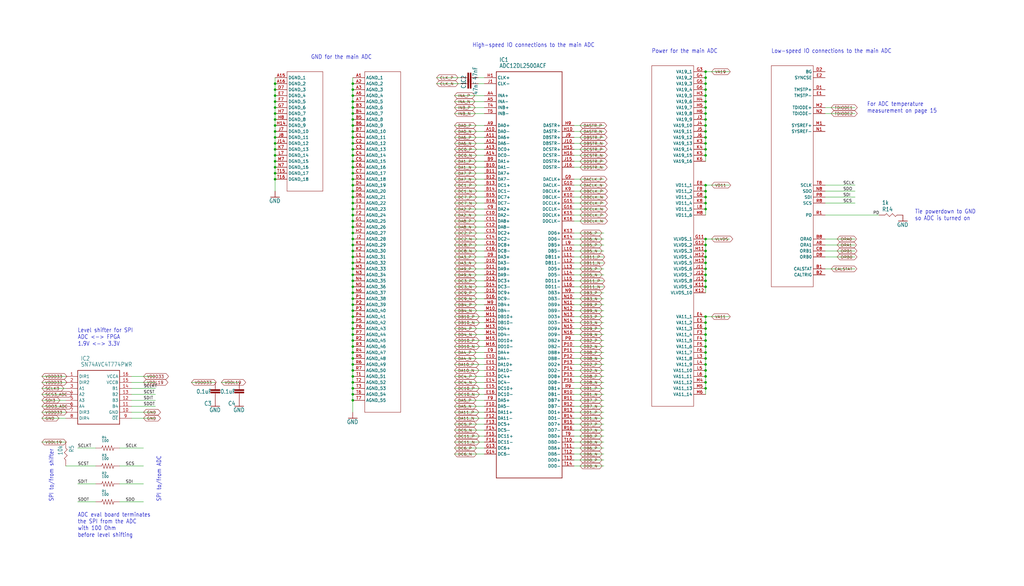
<source format=kicad_sch>
(kicad_sch (version 20250114) (generator "eeschema") (generator_version "9.0")
  (paper "User" 434.975 249.123)
  (text "Tie powerdown to GND\nso ADC is turned on" (at 388.62 93.98 0) (effects (font (size 1.778 1.5113)) (justify left bottom)))
  (text "ADC eval board terminates\nthe SPI from the ADC\nwith 100 Ohm\nbefore level shifting" (at 33.02 228.6 0) (effects (font (size 1.778 1.5113)) (justify left bottom)))
  (text "High-speed IO connections to the main ADC" (at 200.66 20.32 0) (effects (font (size 1.778 1.5113)) (justify left bottom)))
  (text "For ADC temperature\nmeasurement on page 15" (at 368.3 48.26 0) (effects (font (size 1.778 1.5113)) (justify left bottom)))
  (text "SPI to/from shifter" (at 22.86 213.36 90) (effects (font (size 1.778 1.5113)) (justify left bottom)))
  (text "Level shifter for SPI\nADC <-> FPGA\n1.9V <-> 3.3V" (at 33.02 147.32 0) (effects (font (size 1.778 1.5113)) (justify left bottom)))
  (text "GND for the main ADC" (at 132.08 25.4 0) (effects (font (size 1.778 1.5113)) (justify left bottom)))
  (text "SPI to/from ADC" (at 68.58 213.36 90) (effects (font (size 1.778 1.5113)) (justify left bottom)))
  (text "Power for the main ADC" (at 276.86 22.86 0) (effects (font (size 1.778 1.5113)) (justify left bottom)))
  (text "Low-speed IO connections to the main ADC" (at 327.66 22.86 0) (effects (font (size 1.778 1.5113)) (justify left bottom)))
  (junction (at 149.86 91.44))
  (junction (at 299.72 83.82))
  (junction (at 149.86 53.34))
  (junction (at 116.84 63.5))
  (junction (at 299.72 160.02))
  (junction (at 116.84 48.26))
  (junction (at 149.86 129.54))
  (junction (at 299.72 63.5))
  (junction (at 149.86 165.1))
  (junction (at 149.86 99.06))
  (junction (at 299.72 165.1))
  (junction (at 299.72 38.1))
  (junction (at 299.72 35.56))
  (junction (at 149.86 45.72))
  (junction (at 149.86 60.96))
  (junction (at 299.72 48.26))
  (junction (at 149.86 137.16))
  (junction (at 149.86 114.3))
  (junction (at 149.86 170.18))
  (junction (at 299.72 134.62))
  (junction (at 299.72 101.6))
  (junction (at 149.86 162.56))
  (junction (at 149.86 81.28))
  (junction (at 149.86 154.94))
  (junction (at 116.84 68.58))
  (junction (at 299.72 111.76))
  (junction (at 149.86 35.56))
  (junction (at 299.72 78.74))
  (junction (at 149.86 86.36))
  (junction (at 149.86 149.86))
  (junction (at 299.72 104.14))
  (junction (at 149.86 119.38))
  (junction (at 116.84 71.12))
  (junction (at 149.86 71.12))
  (junction (at 299.72 40.64))
  (junction (at 116.84 53.34))
  (junction (at 149.86 104.14))
  (junction (at 299.72 50.8))
  (junction (at 149.86 121.92))
  (junction (at 299.72 58.42))
  (junction (at 299.72 121.92))
  (junction (at 116.84 38.1))
  (junction (at 149.86 48.26))
  (junction (at 116.84 40.64))
  (junction (at 299.72 139.7))
  (junction (at 299.72 149.86))
  (junction (at 149.86 96.52))
  (junction (at 149.86 106.68))
  (junction (at 149.86 76.2))
  (junction (at 116.84 66.04))
  (junction (at 116.84 35.56))
  (junction (at 149.86 167.64))
  (junction (at 149.86 93.98))
  (junction (at 299.72 152.4))
  (junction (at 299.72 109.22))
  (junction (at 149.86 127))
  (junction (at 116.84 58.42))
  (junction (at 149.86 160.02))
  (junction (at 149.86 50.8))
  (junction (at 299.72 154.94))
  (junction (at 299.72 60.96))
  (junction (at 299.72 106.68))
  (junction (at 149.86 66.04))
  (junction (at 116.84 50.8))
  (junction (at 299.72 144.78))
  (junction (at 149.86 83.82))
  (junction (at 149.86 40.64))
  (junction (at 299.72 88.9))
  (junction (at 299.72 162.56))
  (junction (at 299.72 43.18))
  (junction (at 299.72 157.48))
  (junction (at 299.72 86.36))
  (junction (at 149.86 78.74))
  (junction (at 149.86 55.88))
  (junction (at 299.72 114.3))
  (junction (at 299.72 33.02))
  (junction (at 299.72 66.04))
  (junction (at 149.86 147.32))
  (junction (at 149.86 43.18))
  (junction (at 299.72 81.28))
  (junction (at 149.86 132.08))
  (junction (at 149.86 139.7))
  (junction (at 299.72 53.34))
  (junction (at 116.84 45.72))
  (junction (at 149.86 88.9))
  (junction (at 149.86 68.58))
  (junction (at 116.84 43.18))
  (junction (at 149.86 111.76))
  (junction (at 299.72 142.24))
  (junction (at 299.72 147.32))
  (junction (at 149.86 109.22))
  (junction (at 299.72 119.38))
  (junction (at 116.84 76.2))
  (junction (at 116.84 60.96))
  (junction (at 149.86 38.1))
  (junction (at 299.72 30.48))
  (junction (at 149.86 134.62))
  (junction (at 149.86 58.42))
  (junction (at 299.72 137.16))
  (junction (at 149.86 63.5))
  (junction (at 149.86 101.6))
  (junction (at 299.72 55.88))
  (junction (at 299.72 116.84))
  (junction (at 299.72 45.72))
  (junction (at 149.86 157.48))
  (junction (at 149.86 152.4))
  (junction (at 149.86 116.84))
  (junction (at 149.86 124.46))
  (junction (at 116.84 55.88))
  (junction (at 149.86 73.66))
  (junction (at 149.86 142.24))
  (junction (at 116.84 73.66))
  (junction (at 149.86 144.78))
  (wire (pts (xy 149.86 58.42) (xy 149.86 55.88)) (stroke (width 0.1524)))
  (wire (pts (xy 27.94 165.1) (xy 17.78 165.1)) (stroke (width 0.1524)))
  (wire (pts (xy 243.84 86.36) (xy 256.54 86.36)) (stroke (width 0.1524)))
  (wire (pts (xy 243.84 55.88) (xy 256.54 55.88)) (stroke (width 0.1524)))
  (wire (pts (xy 256.54 193.04) (xy 243.84 193.04)) (stroke (width 0.1524)))
  (wire (pts (xy 205.74 86.36) (xy 193.04 86.36)) (stroke (width 0.1524)))
  (wire (pts (xy 205.74 172.72) (xy 193.04 172.72)) (stroke (width 0.1524)))
  (wire (pts (xy 55.88 160.02) (xy 66.04 160.02)) (stroke (width 0.1524)))
  (wire (pts (xy 205.74 33.02) (xy 203.2 33.02)) (stroke (width 0.1524)))
  (wire (pts (xy 256.54 170.18) (xy 243.84 170.18)) (stroke (width 0.1524)))
  (wire (pts (xy 193.04 129.54) (xy 205.74 129.54)) (stroke (width 0.1524)))
  (wire (pts (xy 27.94 175.26) (xy 17.78 175.26)) (stroke (width 0.1524)))
  (wire (pts (xy 299.72 149.86) (xy 299.72 152.4)) (stroke (width 0.1524)))
  (wire (pts (xy 149.86 96.52) (xy 149.86 93.98)) (stroke (width 0.1524)))
  (wire (pts (xy 116.84 71.12) (xy 116.84 68.58)) (stroke (width 0.1524)))
  (wire (pts (xy 205.74 121.92) (xy 193.04 121.92)) (stroke (width 0.1524)))
  (wire (pts (xy 256.54 101.6) (xy 243.84 101.6)) (stroke (width 0.1524)))
  (wire (pts (xy 299.72 147.32) (xy 299.72 149.86)) (stroke (width 0.1524)))
  (wire (pts (xy 205.74 193.04) (xy 193.04 193.04)) (stroke (width 0.1524)))
  (wire (pts (xy 149.86 73.66) (xy 149.86 71.12)) (stroke (width 0.1524)))
  (wire (pts (xy 256.54 106.68) (xy 243.84 106.68)) (stroke (width 0.1524)))
  (wire (pts (xy 205.74 35.56) (xy 203.2 35.56)) (stroke (width 0.1524)))
  (wire (pts (xy 149.86 165.1) (xy 149.86 162.56)) (stroke (width 0.1524)))
  (wire (pts (xy 350.52 106.68) (xy 363.22 106.68)) (stroke (width 0.1524)))
  (wire (pts (xy 205.74 68.58) (xy 193.04 68.58)) (stroke (width 0.1524)))
  (wire (pts (xy 149.86 99.06) (xy 149.86 96.52)) (stroke (width 0.1524)))
  (wire (pts (xy 149.86 137.16) (xy 149.86 134.62)) (stroke (width 0.1524)))
  (wire (pts (xy 299.72 152.4) (xy 299.72 154.94)) (stroke (width 0.1524)))
  (wire (pts (xy 116.84 35.56) (xy 116.84 33.02)) (stroke (width 0.1524)))
  (wire (pts (xy 149.86 45.72) (xy 149.86 43.18)) (stroke (width 0.1524)))
  (wire (pts (xy 299.72 165.1) (xy 299.72 167.64)) (stroke (width 0.1524)))
  (wire (pts (xy 299.72 40.64) (xy 299.72 43.18)) (stroke (width 0.1524)))
  (wire (pts (xy 299.72 109.22) (xy 299.72 111.76)) (stroke (width 0.1524)))
  (wire (pts (xy 116.84 50.8) (xy 116.84 48.26)) (stroke (width 0.1524)))
  (wire (pts (xy 299.72 60.96) (xy 299.72 63.5)) (stroke (width 0.1524)))
  (wire (pts (xy 205.74 160.02) (xy 193.04 160.02)) (stroke (width 0.1524)))
  (wire (pts (xy 149.86 109.22) (xy 149.86 106.68)) (stroke (width 0.1524)))
  (wire (pts (xy 299.72 30.48) (xy 299.72 33.02)) (stroke (width 0.1524)))
  (wire (pts (xy 193.04 144.78) (xy 205.74 144.78)) (stroke (width 0.1524)))
  (wire (pts (xy 205.74 104.14) (xy 193.04 104.14)) (stroke (width 0.1524)))
  (wire (pts (xy 17.78 167.64) (xy 27.94 167.64)) (stroke (width 0.1524)))
  (wire (pts (xy 149.86 114.3) (xy 149.86 111.76)) (stroke (width 0.1524)))
  (wire (pts (xy 116.84 53.34) (xy 116.84 50.8)) (stroke (width 0.1524)))
  (wire (pts (xy 205.74 175.26) (xy 193.04 175.26)) (stroke (width 0.1524)))
  (wire (pts (xy 40.64 213.36) (xy 33.02 213.36)) (stroke (width 0.1524)))
  (wire (pts (xy 149.86 160.02) (xy 149.86 157.48)) (stroke (width 0.1524)))
  (wire (pts (xy 116.84 63.5) (xy 116.84 60.96)) (stroke (width 0.1524)))
  (wire (pts (xy 205.74 73.66) (xy 193.04 73.66)) (stroke (width 0.1524)))
  (wire (pts (xy 149.86 104.14) (xy 149.86 101.6)) (stroke (width 0.1524)))
  (wire (pts (xy 256.54 198.12) (xy 243.84 198.12)) (stroke (width 0.1524)))
  (wire (pts (xy 299.72 53.34) (xy 299.72 55.88)) (stroke (width 0.1524)))
  (wire (pts (xy 299.72 154.94) (xy 299.72 157.48)) (stroke (width 0.1524)))
  (wire (pts (xy 40.64 190.5) (xy 33.02 190.5)) (stroke (width 0.1524)))
  (wire (pts (xy 205.74 106.68) (xy 193.04 106.68)) (stroke (width 0.1524)))
  (wire (pts (xy 205.74 76.2) (xy 193.04 76.2)) (stroke (width 0.1524)))
  (wire (pts (xy 205.74 154.94) (xy 193.04 154.94)) (stroke (width 0.1524)))
  (wire (pts (xy 205.74 43.18) (xy 193.04 43.18)) (stroke (width 0.1524)))
  (wire (pts (xy 205.74 185.42) (xy 193.04 185.42)) (stroke (width 0.1524)))
  (wire (pts (xy 193.04 147.32) (xy 205.74 147.32)) (stroke (width 0.1524)))
  (wire (pts (xy 193.04 134.62) (xy 205.74 134.62)) (stroke (width 0.1524)))
  (wire (pts (xy 350.52 114.3) (xy 363.22 114.3)) (stroke (width 0.1524)))
  (wire (pts (xy 299.72 137.16) (xy 299.72 139.7)) (stroke (width 0.1524)))
  (wire (pts (xy 205.74 96.52) (xy 193.04 96.52)) (stroke (width 0.1524)))
  (wire (pts (xy 299.72 55.88) (xy 299.72 58.42)) (stroke (width 0.1524)))
  (wire (pts (xy 256.54 165.1) (xy 243.84 165.1)) (stroke (width 0.1524)))
  (wire (pts (xy 149.86 116.84) (xy 149.86 114.3)) (stroke (width 0.1524)))
  (wire (pts (xy 116.84 66.04) (xy 116.84 63.5)) (stroke (width 0.1524)))
  (wire (pts (xy 116.84 40.64) (xy 116.84 38.1)) (stroke (width 0.1524)))
  (wire (pts (xy 299.72 119.38) (xy 299.72 121.92)) (stroke (width 0.1524)))
  (wire (pts (xy 149.86 91.44) (xy 149.86 88.9)) (stroke (width 0.1524)))
  (wire (pts (xy 205.74 114.3) (xy 193.04 114.3)) (stroke (width 0.1524)))
  (wire (pts (xy 299.72 106.68) (xy 299.72 109.22)) (stroke (width 0.1524)))
  (wire (pts (xy 149.86 170.18) (xy 149.86 167.64)) (stroke (width 0.1524)))
  (wire (pts (xy 299.72 157.48) (xy 299.72 160.02)) (stroke (width 0.1524)))
  (wire (pts (xy 149.86 132.08) (xy 149.86 129.54)) (stroke (width 0.1524)))
  (wire (pts (xy 149.86 167.64) (xy 149.86 165.1)) (stroke (width 0.1524)))
  (wire (pts (xy 205.74 177.8) (xy 193.04 177.8)) (stroke (width 0.1524)))
  (wire (pts (xy 256.54 127) (xy 243.84 127)) (stroke (width 0.1524)))
  (wire (pts (xy 205.74 58.42) (xy 193.04 58.42)) (stroke (width 0.1524)))
  (wire (pts (xy 256.54 129.54) (xy 243.84 129.54)) (stroke (width 0.1524)))
  (wire (pts (xy 243.84 66.04) (xy 256.54 66.04)) (stroke (width 0.1524)))
  (wire (pts (xy 299.72 104.14) (xy 299.72 106.68)) (stroke (width 0.1524)))
  (wire (pts (xy 205.74 99.06) (xy 193.04 99.06)) (stroke (width 0.1524)))
  (wire (pts (xy 350.52 86.36) (xy 363.22 86.36)) (stroke (width 0.1524)))
  (wire (pts (xy 205.74 149.86) (xy 193.04 149.86)) (stroke (width 0.1524)))
  (wire (pts (xy 299.72 83.82) (xy 299.72 86.36)) (stroke (width 0.1524)))
  (wire (pts (xy 50.8 198.12) (xy 60.96 198.12)) (stroke (width 0.1524)))
  (wire (pts (xy 205.74 111.76) (xy 193.04 111.76)) (stroke (width 0.1524)))
  (wire (pts (xy 256.54 83.82) (xy 243.84 83.82)) (stroke (width 0.1524)))
  (wire (pts (xy 256.54 162.56) (xy 243.84 162.56)) (stroke (width 0.1524)))
  (wire (pts (xy 243.84 88.9) (xy 256.54 88.9)) (stroke (width 0.1524)))
  (wire (pts (xy 256.54 114.3) (xy 243.84 114.3)) (stroke (width 0.1524)))
  (wire (pts (xy 149.86 127) (xy 149.86 124.46)) (stroke (width 0.1524)))
  (wire (pts (xy 205.74 109.22) (xy 193.04 109.22)) (stroke (width 0.1524)))
  (wire (pts (xy 116.84 73.66) (xy 116.84 71.12)) (stroke (width 0.1524)))
  (wire (pts (xy 149.86 142.24) (xy 149.86 139.7)) (stroke (width 0.1524)))
  (wire (pts (xy 205.74 101.6) (xy 193.04 101.6)) (stroke (width 0.1524)))
  (wire (pts (xy 299.72 81.28) (xy 299.72 83.82)) (stroke (width 0.1524)))
  (wire (pts (xy 309.88 134.62) (xy 299.72 134.62)) (stroke (width 0.1524)))
  (wire (pts (xy 149.86 38.1) (xy 149.86 35.56)) (stroke (width 0.1524)))
  (wire (pts (xy 256.54 182.88) (xy 243.84 182.88)) (stroke (width 0.1524)))
  (wire (pts (xy 205.74 40.64) (xy 193.04 40.64)) (stroke (width 0.1524)))
  (wire (pts (xy 55.88 170.18) (xy 66.04 170.18)) (stroke (width 0.1524)))
  (wire (pts (xy 149.86 68.58) (xy 149.86 66.04)) (stroke (width 0.1524)))
  (wire (pts (xy 256.54 157.48) (xy 243.84 157.48)) (stroke (width 0.1524)))
  (wire (pts (xy 256.54 124.46) (xy 243.84 124.46)) (stroke (width 0.1524)))
  (wire (pts (xy 350.52 48.26) (xy 363.22 48.26)) (stroke (width 0.1524)))
  (wire (pts (xy 193.04 142.24) (xy 205.74 142.24)) (stroke (width 0.1524)))
  (wire (pts (xy 149.86 124.46) (xy 149.86 121.92)) (stroke (width 0.1524)))
  (wire (pts (xy 256.54 142.24) (xy 243.84 142.24)) (stroke (width 0.1524)))
  (wire (pts (xy 149.86 154.94) (xy 149.86 152.4)) (stroke (width 0.1524)))
  (wire (pts (xy 350.52 81.28) (xy 363.22 81.28)) (stroke (width 0.1524)))
  (wire (pts (xy 299.72 144.78) (xy 299.72 147.32)) (stroke (width 0.1524)))
  (wire (pts (xy 299.72 111.76) (xy 299.72 114.3)) (stroke (width 0.1524)))
  (wire (pts (xy 205.74 162.56) (xy 193.04 162.56)) (stroke (width 0.1524)))
  (wire (pts (xy 256.54 190.5) (xy 243.84 190.5)) (stroke (width 0.1524)))
  (wire (pts (xy 149.86 175.26) (xy 149.86 170.18)) (stroke (width 0.1524)))
  (wire (pts (xy 149.86 81.28) (xy 149.86 78.74)) (stroke (width 0.1524)))
  (wire (pts (xy 55.88 172.72) (xy 66.04 172.72)) (stroke (width 0.1524)))
  (wire (pts (xy 256.54 160.02) (xy 243.84 160.02)) (stroke (width 0.1524)))
  (wire (pts (xy 205.74 78.74) (xy 193.04 78.74)) (stroke (width 0.1524)))
  (wire (pts (xy 350.52 101.6) (xy 363.22 101.6)) (stroke (width 0.1524)))
  (wire (pts (xy 243.84 53.34) (xy 256.54 53.34)) (stroke (width 0.1524)))
  (wire (pts (xy 299.72 160.02) (xy 299.72 162.56)) (stroke (width 0.1524)))
  (wire (pts (xy 256.54 134.62) (xy 243.84 134.62)) (stroke (width 0.1524)))
  (wire (pts (xy 149.86 48.26) (xy 149.86 45.72)) (stroke (width 0.1524)))
  (wire (pts (xy 299.72 114.3) (xy 299.72 116.84)) (stroke (width 0.1524)))
  (wire (pts (xy 55.88 177.8) (xy 66.04 177.8)) (stroke (width 0.1524)))
  (wire (pts (xy 299.72 38.1) (xy 299.72 40.64)) (stroke (width 0.1524)))
  (wire (pts (xy 205.74 53.34) (xy 193.04 53.34)) (stroke (width 0.1524)))
  (wire (pts (xy 149.86 157.48) (xy 149.86 154.94)) (stroke (width 0.1524)))
  (wire (pts (xy 205.74 45.72) (xy 193.04 45.72)) (stroke (width 0.1524)))
  (wire (pts (xy 149.86 93.98) (xy 149.86 91.44)) (stroke (width 0.1524)))
  (wire (pts (xy 205.74 71.12) (xy 193.04 71.12)) (stroke (width 0.1524)))
  (wire (pts (xy 299.72 134.62) (xy 299.72 137.16)) (stroke (width 0.1524)))
  (wire (pts (xy 149.86 119.38) (xy 149.86 116.84)) (stroke (width 0.1524)))
  (wire (pts (xy 205.74 157.48) (xy 193.04 157.48)) (stroke (width 0.1524)))
  (wire (pts (xy 149.86 71.12) (xy 149.86 68.58)) (stroke (width 0.1524)))
  (wire (pts (xy 350.52 83.82) (xy 363.22 83.82)) (stroke (width 0.1524)))
  (wire (pts (xy 149.86 60.96) (xy 149.86 58.42)) (stroke (width 0.1524)))
  (wire (pts (xy 299.72 86.36) (xy 299.72 88.9)) (stroke (width 0.1524)))
  (wire (pts (xy 205.74 190.5) (xy 193.04 190.5)) (stroke (width 0.1524)))
  (wire (pts (xy 256.54 149.86) (xy 243.84 149.86)) (stroke (width 0.1524)))
  (wire (pts (xy 243.84 78.74) (xy 256.54 78.74)) (stroke (width 0.1524)))
  (wire (pts (xy 256.54 137.16) (xy 243.84 137.16)) (stroke (width 0.1524)))
  (wire (pts (xy 149.86 35.56) (xy 149.86 33.02)) (stroke (width 0.1524)))
  (wire (pts (xy 55.88 167.64) (xy 66.04 167.64)) (stroke (width 0.1524)))
  (wire (pts (xy 205.74 165.1) (xy 193.04 165.1)) (stroke (width 0.1524)))
  (wire (pts (xy 256.54 60.96) (xy 243.84 60.96)) (stroke (width 0.1524)))
  (wire (pts (xy 256.54 132.08) (xy 243.84 132.08)) (stroke (width 0.1524)))
  (wire (pts (xy 149.86 152.4) (xy 149.86 149.86)) (stroke (width 0.1524)))
  (wire (pts (xy 256.54 175.26) (xy 243.84 175.26)) (stroke (width 0.1524)))
  (wire (pts (xy 55.88 175.26) (xy 66.04 175.26)) (stroke (width 0.1524)))
  (wire (pts (xy 91.44 162.56) (xy 81.28 162.56)) (stroke (width 0.1524)))
  (wire (pts (xy 205.74 127) (xy 193.04 127)) (stroke (width 0.1524)))
  (wire (pts (xy 205.74 60.96) (xy 193.04 60.96)) (stroke (width 0.1524)))
  (wire (pts (xy 256.54 121.92) (xy 243.84 121.92)) (stroke (width 0.1524)))
  (wire (pts (xy 299.72 88.9) (xy 299.72 91.44)) (stroke (width 0.1524)))
  (wire (pts (xy 299.72 78.74) (xy 299.72 81.28)) (stroke (width 0.1524)))
  (wire (pts (xy 116.84 81.28) (xy 116.84 76.2)) (stroke (width 0.1524)))
  (wire (pts (xy 256.54 154.94) (xy 243.84 154.94)) (stroke (width 0.1524)))
  (wire (pts (xy 205.74 55.88) (xy 193.04 55.88)) (stroke (width 0.1524)))
  (wire (pts (xy 205.74 119.38) (xy 193.04 119.38)) (stroke (width 0.1524)))
  (wire (pts (xy 149.86 43.18) (xy 149.86 40.64)) (stroke (width 0.1524)))
  (wire (pts (xy 256.54 187.96) (xy 243.84 187.96)) (stroke (width 0.1524)))
  (wire (pts (xy 350.52 109.22) (xy 363.22 109.22)) (stroke (width 0.1524)))
  (wire (pts (xy 149.86 134.62) (xy 149.86 132.08)) (stroke (width 0.1524)))
  (wire (pts (xy 256.54 71.12) (xy 243.84 71.12)) (stroke (width 0.1524)))
  (wire (pts (xy 205.74 63.5) (xy 193.04 63.5)) (stroke (width 0.1524)))
  (wire (pts (xy 299.72 121.92) (xy 299.72 124.46)) (stroke (width 0.1524)))
  (wire (pts (xy 149.86 86.36) (xy 149.86 83.82)) (stroke (width 0.1524)))
  (wire (pts (xy 299.72 66.04) (xy 299.72 68.58)) (stroke (width 0.1524)))
  (wire (pts (xy 350.52 78.74) (xy 363.22 78.74)) (stroke (width 0.1524)))
  (wire (pts (xy 256.54 116.84) (xy 243.84 116.84)) (stroke (width 0.1524)))
  (wire (pts (xy 256.54 104.14) (xy 243.84 104.14)) (stroke (width 0.1524)))
  (wire (pts (xy 149.86 55.88) (xy 149.86 53.34)) (stroke (width 0.1524)))
  (wire (pts (xy 256.54 91.44) (xy 243.84 91.44)) (stroke (width 0.1524)))
  (wire (pts (xy 256.54 144.78) (xy 243.84 144.78)) (stroke (width 0.1524)))
  (wire (pts (xy 243.84 76.2) (xy 256.54 76.2)) (stroke (width 0.1524)))
  (wire (pts (xy 205.74 152.4) (xy 193.04 152.4)) (stroke (width 0.1524)))
  (wire (pts (xy 55.88 162.56) (xy 66.04 162.56)) (stroke (width 0.1524)))
  (wire (pts (xy 309.88 78.74) (xy 299.72 78.74)) (stroke (width 0.1524)))
  (wire (pts (xy 116.84 45.72) (xy 116.84 43.18)) (stroke (width 0.1524)))
  (wire (pts (xy 149.86 66.04) (xy 149.86 63.5)) (stroke (width 0.1524)))
  (wire (pts (xy 350.52 45.72) (xy 363.22 45.72)) (stroke (width 0.1524)))
  (wire (pts (xy 27.94 177.8) (xy 17.78 177.8)) (stroke (width 0.1524)))
  (wire (pts (xy 116.84 43.18) (xy 116.84 40.64)) (stroke (width 0.1524)))
  (wire (pts (xy 299.72 116.84) (xy 299.72 119.38)) (stroke (width 0.1524)))
  (wire (pts (xy 149.86 121.92) (xy 149.86 119.38)) (stroke (width 0.1524)))
  (wire (pts (xy 55.88 165.1) (xy 66.04 165.1)) (stroke (width 0.1524)))
  (wire (pts (xy 256.54 185.42) (xy 243.84 185.42)) (stroke (width 0.1524)))
  (wire (pts (xy 205.74 187.96) (xy 193.04 187.96)) (stroke (width 0.1524)))
  (wire (pts (xy 40.64 205.74) (xy 33.02 205.74)) (stroke (width 0.1524)))
  (wire (pts (xy 205.74 66.04) (xy 193.04 66.04)) (stroke (width 0.1524)))
  (wire (pts (xy 256.54 172.72) (xy 243.84 172.72)) (stroke (width 0.1524)))
  (wire (pts (xy 116.84 48.26) (xy 116.84 45.72)) (stroke (width 0.1524)))
  (wire (pts (xy 299.72 58.42) (xy 299.72 60.96)) (stroke (width 0.1524)))
  (wire (pts (xy 299.72 33.02) (xy 299.72 35.56)) (stroke (width 0.1524)))
  (wire (pts (xy 149.86 88.9) (xy 149.86 86.36)) (stroke (width 0.1524)))
  (wire (pts (xy 27.94 187.96) (xy 17.78 187.96)) (stroke (width 0.1524)))
  (wire (pts (xy 256.54 111.76) (xy 243.84 111.76)) (stroke (width 0.1524)))
  (wire (pts (xy 116.84 76.2) (xy 116.84 73.66)) (stroke (width 0.1524)))
  (wire (pts (xy 149.86 129.54) (xy 149.86 127)) (stroke (width 0.1524)))
  (wire (pts (xy 149.86 149.86) (xy 149.86 147.32)) (stroke (width 0.1524)))
  (wire (pts (xy 299.72 50.8) (xy 299.72 53.34)) (stroke (width 0.1524)))
  (wire (pts (xy 256.54 109.22) (xy 243.84 109.22)) (stroke (width 0.1524)))
  (wire (pts (xy 27.94 162.56) (xy 17.78 162.56)) (stroke (width 0.1524)))
  (wire (pts (xy 299.72 48.26) (xy 299.72 50.8)) (stroke (width 0.1524)))
  (wire (pts (xy 195.58 35.56) (xy 185.42 35.56)) (stroke (width 0.1524)))
  (wire (pts (xy 299.72 35.56) (xy 299.72 38.1)) (stroke (width 0.1524)))
  (wire (pts (xy 205.74 182.88) (xy 193.04 182.88)) (stroke (width 0.1524)))
  (wire (pts (xy 149.86 162.56) (xy 149.86 160.02)) (stroke (width 0.1524)))
  (wire (pts (xy 205.74 116.84) (xy 193.04 116.84)) (stroke (width 0.1524)))
  (wire (pts (xy 116.84 55.88) (xy 116.84 53.34)) (stroke (width 0.1524)))
  (wire (pts (xy 149.86 83.82) (xy 149.86 81.28)) (stroke (width 0.1524)))
  (wire (pts (xy 50.8 190.5) (xy 60.96 190.5)) (stroke (width 0.1524)))
  (wire (pts (xy 116.84 38.1) (xy 116.84 35.56)) (stroke (width 0.1524)))
  (wire (pts (xy 350.52 104.14) (xy 363.22 104.14)) (stroke (width 0.1524)))
  (wire (pts (xy 27.94 160.02) (xy 17.78 160.02)) (stroke (width 0.1524)))
  (wire (pts (xy 193.04 137.16) (xy 205.74 137.16)) (stroke (width 0.1524)))
  (wire (pts (xy 256.54 58.42) (xy 243.84 58.42)) (stroke (width 0.1524)))
  (wire (pts (xy 256.54 152.4) (xy 243.84 152.4)) (stroke (width 0.1524)))
  (wire (pts (xy 205.74 48.26) (xy 193.04 48.26)) (stroke (width 0.1524)))
  (wire (pts (xy 50.8 205.74) (xy 60.96 205.74)) (stroke (width 0.1524)))
  (wire (pts (xy 205.74 81.28) (xy 193.04 81.28)) (stroke (width 0.1524)))
  (wire (pts (xy 50.8 213.36) (xy 60.96 213.36)) (stroke (width 0.1524)))
  (wire (pts (xy 40.64 198.12) (xy 27.94 198.12)) (stroke (width 0.1524)))
  (wire (pts (xy 205.74 91.44) (xy 193.04 91.44)) (stroke (width 0.1524)))
  (wire (pts (xy 299.72 142.24) (xy 299.72 144.78)) (stroke (width 0.1524)))
  (wire (pts (xy 193.04 132.08) (xy 205.74 132.08)) (stroke (width 0.1524)))
  (wire (pts (xy 256.54 195.58) (xy 243.84 195.58)) (stroke (width 0.1524)))
  (wire (pts (xy 149.86 144.78) (xy 149.86 142.24)) (stroke (width 0.1524)))
  (wire (pts (xy 243.84 63.5) (xy 256.54 63.5)) (stroke (width 0.1524)))
  (wire (pts (xy 149.86 78.74) (xy 149.86 76.2)) (stroke (width 0.1524)))
  (wire (pts (xy 256.54 167.64) (xy 243.84 167.64)) (stroke (width 0.1524)))
  (wire (pts (xy 299.72 101.6) (xy 309.88 101.6)) (stroke (width 0.1524)))
  (wire (pts (xy 27.94 170.18) (xy 17.78 170.18)) (stroke (width 0.1524)))
  (wire (pts (xy 116.84 60.96) (xy 116.84 58.42)) (stroke (width 0.1524)))
  (wire (pts (xy 149.86 63.5) (xy 149.86 60.96)) (stroke (width 0.1524)))
  (wire (pts (xy 205.74 170.18) (xy 193.04 170.18)) (stroke (width 0.1524)))
  (wire (pts (xy 299.72 45.72) (xy 299.72 48.26)) (stroke (width 0.1524)))
  (wire (pts (xy 256.54 177.8) (xy 243.84 177.8)) (stroke (width 0.1524)))
  (wire (pts (xy 205.74 180.34) (xy 193.04 180.34)) (stroke (width 0.1524)))
  (wire (pts (xy 205.74 167.64) (xy 193.04 167.64)) (stroke (width 0.1524)))
  (wire (pts (xy 149.86 101.6) (xy 149.86 99.06)) (stroke (width 0.1524)))
  (wire (pts (xy 256.54 147.32) (xy 243.84 147.32)) (stroke (width 0.1524)))
  (wire (pts (xy 149.86 76.2) (xy 149.86 73.66)) (stroke (width 0.1524)))
  (wire (pts (xy 299.72 139.7) (xy 299.72 142.24)) (stroke (width 0.1524)))
  (wire (pts (xy 309.88 30.48) (xy 299.72 30.48)) (stroke (width 0.1524)))
  (wire (pts (xy 299.72 43.18) (xy 299.72 45.72)) (stroke (width 0.1524)))
  (wire (pts (xy 149.86 53.34) (xy 149.86 50.8)) (stroke (width 0.1524)))
  (wire (pts (xy 205.74 93.98) (xy 193.04 93.98)) (stroke (width 0.1524)))
  (wire (pts (xy 195.58 33.02) (xy 185.42 33.02)) (stroke (width 0.1524)))
  (wire (pts (xy 256.54 93.98) (xy 243.84 93.98)) (stroke (width 0.1524)))
  (wire (pts (xy 205.74 83.82) (xy 193.04 83.82)) (stroke (width 0.1524)))
  (wire (pts (xy 256.54 68.58) (xy 243.84 68.58)) (stroke (width 0.1524)))
  (wire (pts (xy 101.6 162.56) (xy 93.98 162.56)) (stroke (width 0.1524)))
  (wire (pts (xy 149.86 40.64) (xy 149.86 38.1)) (stroke (width 0.1524)))
  (wire (pts (xy 205.74 88.9) (xy 193.04 88.9)) (stroke (width 0.1524)))
  (wire (pts (xy 299.72 63.5) (xy 299.72 66.04)) (stroke (width 0.1524)))
  (wire (pts (xy 256.54 180.34) (xy 243.84 180.34)) (stroke (width 0.1524)))
  (wire (pts (xy 149.86 50.8) (xy 149.86 48.26)) (stroke (width 0.1524)))
  (wire (pts (xy 256.54 119.38) (xy 243.84 119.38)) (stroke (width 0.1524)))
  (wire (pts (xy 256.54 99.06) (xy 243.84 99.06)) (stroke (width 0.1524)))
  (wire (pts (xy 205.74 124.46) (xy 193.04 124.46)) (stroke (width 0.1524)))
  (wire (pts (xy 149.86 139.7) (xy 149.86 137.16)) (stroke (width 0.1524)))
  (wire (pts (xy 149.86 111.76) (xy 149.86 109.22)) (stroke (width 0.1524)))
  (wire (pts (xy 256.54 139.7) (xy 243.84 139.7)) (stroke (width 0.1524)))
  (wire (pts (xy 350.52 91.44) (xy 373.38 91.44)) (stroke (width 0.1524)))
  (wire (pts (xy 116.84 58.42) (xy 116.84 55.88)) (stroke (width 0.1524)))
  (wire (pts (xy 256.54 81.28) (xy 243.84 81.28)) (stroke (width 0.1524)))
  (wire (pts (xy 116.84 68.58) (xy 116.84 66.04)) (stroke (width 0.1524)))
  (wire (pts (xy 299.72 162.56) (xy 299.72 165.1)) (stroke (width 0.1524)))
  (wire (pts (xy 149.86 106.68) (xy 149.86 104.14)) (stroke (width 0.1524)))
  (wire (pts (xy 149.86 147.32) (xy 149.86 144.78)) (stroke (width 0.1524)))
  (wire (pts (xy 193.04 139.7) (xy 205.74 139.7)) (stroke (width 0.1524)))
  (wire (pts (xy 17.78 172.72) (xy 27.94 172.72)) (stroke (width 0.1524)))
  (wire (pts (xy 299.72 101.6) (xy 299.72 104.14)) (stroke (width 0.1524)))
  (label "SCLKT" (at 33.02 190.5 0) (effects (font (size 1.2446 1.2446))))
  (label "SCLK" (at 53.34 190.5 0) (effects (font (size 1.2446 1.2446))))
  (label "SDIT" (at 33.02 205.74 0) (effects (font (size 1.2446 1.2446))))
  (label "SCST" (at 33.02 198.12 0) (effects (font (size 1.2446 1.2446))))
  (label "PD" (at 370.84 91.44 0) (effects (font (size 1.2446 1.2446))))
  (label "SDOT" (at 60.96 172.72 0) (effects (font (size 1.2446 1.2446))))
  (label "SCS" (at 53.34 198.12 0) (effects (font (size 1.2446 1.2446))))
  (label "SCLKT" (at 60.96 165.1 0) (effects (font (size 1.2446 1.2446))))
  (label "SCST" (at 60.96 167.64 0) (effects (font (size 1.2446 1.2446))))
  (label "SDO" (at 53.34 213.36 0) (effects (font (size 1.2446 1.2446))))
  (label "SCLK" (at 358.14 78.74 0) (effects (font (size 1.2446 1.2446))))
  (label "SDI" (at 358.14 83.82 0) (effects (font (size 1.2446 1.2446))))
  (label "SDO" (at 358.14 81.28 0) (effects (font (size 1.2446 1.2446))))
  (label "SCS" (at 358.14 86.36 0) (effects (font (size 1.2446 1.2446))))
  (label "SDI" (at 53.34 205.74 0) (effects (font (size 1.2446 1.2446))))
  (label "SDIT" (at 60.96 170.18 0) (effects (font (size 1.2446 1.2446))))
  (label "SDOT" (at 33.02 213.36 0) (effects (font (size 1.2446 1.2446))))
  (global_label "DA2_P" (shape bidirectional) (at 193.04 88.9 0) (effects (font (size 1.2446 1.2446))) (property "Intersheetrefs" "${INTERSHEET_REFS}" (effects (hide yes))))
  (global_label "VDDD33" (shape bidirectional) (at 17.78 160.02 0) (effects (font (size 1.2446 1.2446))) (property "Intersheetrefs" "${INTERSHEET_REFS}" (effects (hide yes))))
  (global_label "DA10_P" (shape bidirectional) (at 193.04 154.94 0) (effects (font (size 1.2446 1.2446))) (property "Intersheetrefs" "${INTERSHEET_REFS}" (effects (hide yes))))
  (global_label "DACLK_N" (shape bidirectional) (at 246.38 78.74 0) (effects (font (size 1.2446 1.2446))) (property "Intersheetrefs" "${INTERSHEET_REFS}" (effects (hide yes))))
  (global_label "DB5_N" (shape bidirectional) (at 246.38 106.68 0) (effects (font (size 1.2446 1.2446))) (property "Intersheetrefs" "${INTERSHEET_REFS}" (effects (hide yes))))
  (global_label "DB0_N" (shape bidirectional) (at 246.38 187.96 0) (effects (font (size 1.2446 1.2446))) (property "Intersheetrefs" "${INTERSHEET_REFS}" (effects (hide yes))))
  (global_label "DACLK_P" (shape bidirectional) (at 246.38 76.2 0) (effects (font (size 1.2446 1.2446))) (property "Intersheetrefs" "${INTERSHEET_REFS}" (effects (hide yes))))
  (global_label "INA_P" (shape bidirectional) (at 193.04 40.64 0) (effects (font (size 1.2446 1.2446))) (property "Intersheetrefs" "${INTERSHEET_REFS}" (effects (hide yes))))
  (global_label "VDDL19" (shape bidirectional) (at 17.78 187.96 0) (effects (font (size 1.2446 1.2446))) (property "Intersheetrefs" "${INTERSHEET_REFS}" (effects (hide yes))))
  (global_label "VDDD33" (shape bidirectional) (at 17.78 175.26 0) (effects (font (size 1.2446 1.2446))) (property "Intersheetrefs" "${INTERSHEET_REFS}" (effects (hide yes))))
  (global_label "DC0_P" (shape bidirectional) (at 193.04 63.5 0) (effects (font (size 1.2446 1.2446))) (property "Intersheetrefs" "${INTERSHEET_REFS}" (effects (hide yes))))
  (global_label "DASTR_P" (shape bidirectional) (at 246.38 53.34 0) (effects (font (size 1.2446 1.2446))) (property "Intersheetrefs" "${INTERSHEET_REFS}" (effects (hide yes))))
  (global_label "DB11_N" (shape bidirectional) (at 246.38 111.76 0) (effects (font (size 1.2446 1.2446))) (property "Intersheetrefs" "${INTERSHEET_REFS}" (effects (hide yes))))
  (global_label "VA19" (shape bidirectional) (at 302.26 30.48 0) (effects (font (size 1.2446 1.2446))) (property "Intersheetrefs" "${INTERSHEET_REFS}" (effects (hide yes))))
  (global_label "DA6_N" (shape bidirectional) (at 193.04 60.96 0) (effects (font (size 1.2446 1.2446))) (property "Intersheetrefs" "${INTERSHEET_REFS}" (effects (hide yes))))
  (global_label "DC3_N" (shape bidirectional) (at 193.04 121.92 0) (effects (font (size 1.2446 1.2446))) (property "Intersheetrefs" "${INTERSHEET_REFS}" (effects (hide yes))))
  (global_label "ORB1" (shape bidirectional) (at 355.6 106.68 0) (effects (font (size 1.2446 1.2446))) (property "Intersheetrefs" "${INTERSHEET_REFS}" (effects (hide yes))))
  (global_label "DD10_P" (shape bidirectional) (at 193.04 144.78 0) (effects (font (size 1.2446 1.2446))) (property "Intersheetrefs" "${INTERSHEET_REFS}" (effects (hide yes))))
  (global_label "DB3_P" (shape bidirectional) (at 246.38 124.46 0) (effects (font (size 1.2446 1.2446))) (property "Intersheetrefs" "${INTERSHEET_REFS}" (effects (hide yes))))
  (global_label "DD7_N" (shape bidirectional) (at 246.38 182.88 0) (effects (font (size 1.2446 1.2446))) (property "Intersheetrefs" "${INTERSHEET_REFS}" (effects (hide yes))))
  (global_label "DD0_P" (shape bidirectional) (at 246.38 195.58 0) (effects (font (size 1.2446 1.2446))) (property "Intersheetrefs" "${INTERSHEET_REFS}" (effects (hide yes))))
  (global_label "DB1_P" (shape bidirectional) (at 246.38 165.1 0) (effects (font (size 1.2446 1.2446))) (property "Intersheetrefs" "${INTERSHEET_REFS}" (effects (hide yes))))
  (global_label "DB7_P" (shape bidirectional) (at 246.38 170.18 0) (effects (font (size 1.2446 1.2446))) (property "Intersheetrefs" "${INTERSHEET_REFS}" (effects (hide yes))))
  (global_label "DD9_P" (shape bidirectional) (at 246.38 139.7 0) (effects (font (size 1.2446 1.2446))) (property "Intersheetrefs" "${INTERSHEET_REFS}" (effects (hide yes))))
  (global_label "CALSTAT" (shape bidirectional) (at 353.06 114.3 0) (effects (font (size 1.2446 1.2446))) (property "Intersheetrefs" "${INTERSHEET_REFS}" (effects (hide yes))))
  (global_label "ORB0" (shape bidirectional) (at 355.6 109.22 0) (effects (font (size 1.2446 1.2446))) (property "Intersheetrefs" "${INTERSHEET_REFS}" (effects (hide yes))))
  (global_label "DB8_P" (shape bidirectional) (at 246.38 149.86 0) (effects (font (size 1.2446 1.2446))) (property "Intersheetrefs" "${INTERSHEET_REFS}" (effects (hide yes))))
  (global_label "DA1_N" (shape bidirectional) (at 193.04 71.12 0) (effects (font (size 1.2446 1.2446))) (property "Intersheetrefs" "${INTERSHEET_REFS}" (effects (hide yes))))
  (global_label "INA_N" (shape bidirectional) (at 193.04 43.18 0) (effects (font (size 1.2446 1.2446))) (property "Intersheetrefs" "${INTERSHEET_REFS}" (effects (hide yes))))
  (global_label "DB1_N" (shape bidirectional) (at 246.38 167.64 0) (effects (font (size 1.2446 1.2446))) (property "Intersheetrefs" "${INTERSHEET_REFS}" (effects (hide yes))))
  (global_label "DD6_N" (shape bidirectional) (at 246.38 101.6 0) (effects (font (size 1.2446 1.2446))) (property "Intersheetrefs" "${INTERSHEET_REFS}" (effects (hide yes))))
  (global_label "DA3_P" (shape bidirectional) (at 193.04 109.22 0) (effects (font (size 1.2446 1.2446))) (property "Intersheetrefs" "${INTERSHEET_REFS}" (effects (hide yes))))
  (global_label "DC7_N" (shape bidirectional) (at 193.04 86.36 0) (effects (font (size 1.2446 1.2446))) (property "Intersheetrefs" "${INTERSHEET_REFS}" (effects (hide yes))))
  (global_label "DC1_P" (shape bidirectional) (at 193.04 78.74 0) (effects (font (size 1.2446 1.2446))) (property "Intersheetrefs" "${INTERSHEET_REFS}" (effects (hide yes))))
  (global_label "DB0_P" (shape bidirectional) (at 246.38 185.42 0) (effects (font (size 1.2446 1.2446))) (property "Intersheetrefs" "${INTERSHEET_REFS}" (effects (hide yes))))
  (global_label "DA6_P" (shape bidirectional) (at 193.04 58.42 0) (effects (font (size 1.2446 1.2446))) (property "Intersheetrefs" "${INTERSHEET_REFS}" (effects (hide yes))))
  (global_label "TDIODE2" (shape bidirectional) (at 353.06 48.26 0) (effects (font (size 1.2446 1.2446))) (property "Intersheetrefs" "${INTERSHEET_REFS}" (effects (hide yes))))
  (global_label "DB7_N" (shape bidirectional) (at 246.38 172.72 0) (effects (font (size 1.2446 1.2446))) (property "Intersheetrefs" "${INTERSHEET_REFS}" (effects (hide yes))))
  (global_label "DB4_N" (shape bidirectional) (at 193.04 132.08 0) (effects (font (size 1.2446 1.2446))) (property "Intersheetrefs" "${INTERSHEET_REFS}" (effects (hide yes))))
  (global_label "DA7_N" (shape bidirectional) (at 193.04 76.2 0) (effects (font (size 1.2446 1.2446))) (property "Intersheetrefs" "${INTERSHEET_REFS}" (effects (hide yes))))
  (global_label "DD1_N" (shape bidirectional) (at 246.38 177.8 0) (effects (font (size 1.2446 1.2446))) (property "Intersheetrefs" "${INTERSHEET_REFS}" (effects (hide yes))))
  (global_label "DCSTR_P" (shape bidirectional) (at 246.38 63.5 0) (effects (font (size 1.2446 1.2446))) (property "Intersheetrefs" "${INTERSHEET_REFS}" (effects (hide yes))))
  (global_label "DC10_N" (shape bidirectional) (at 193.04 167.64 0) (effects (font (size 1.2446 1.2446))) (property "Intersheetrefs" "${INTERSHEET_REFS}" (effects (hide yes))))
  (global_label "DB6_N" (shape bidirectional) (at 246.38 193.04 0) (effects (font (size 1.2446 1.2446))) (property "Intersheetrefs" "${INTERSHEET_REFS}" (effects (hide yes))))
  (global_label "DD10_N" (shape bidirectional) (at 193.04 147.32 0) (effects (font (size 1.2446 1.2446))) (property "Intersheetrefs" "${INTERSHEET_REFS}" (effects (hide yes))))
  (global_label "DB4_P" (shape bidirectional) (at 193.04 129.54 0) (effects (font (size 1.2446 1.2446))) (property "Intersheetrefs" "${INTERSHEET_REFS}" (effects (hide yes))))
  (global_label "DA8_P" (shape bidirectional) (at 193.04 93.98 0) (effects (font (size 1.2446 1.2446))) (property "Intersheetrefs" "${INTERSHEET_REFS}" (effects (hide yes))))
  (global_label "VDDL19" (shape bidirectional) (at 93.98 162.56 0) (effects (font (size 1.2446 1.2446))) (property "Intersheetrefs" "${INTERSHEET_REFS}" (effects (hide yes))))
  (global_label "DA5_P" (shape bidirectional) (at 193.04 170.18 0) (effects (font (size 1.2446 1.2446))) (property "Intersheetrefs" "${INTERSHEET_REFS}" (effects (hide yes))))
  (global_label "DBCLK_N" (shape bidirectional) (at 246.38 83.82 0) (effects (font (size 1.2446 1.2446))) (property "Intersheetrefs" "${INTERSHEET_REFS}" (effects (hide yes))))
  (global_label "GND" (shape bidirectional) (at 17.78 177.8 0) (effects (font (size 1.2446 1.2446))) (property "Intersheetrefs" "${INTERSHEET_REFS}" (effects (hide yes))))
  (global_label "DA4_N" (shape bidirectional) (at 193.04 152.4 0) (effects (font (size 1.2446 1.2446))) (property "Intersheetrefs" "${INTERSHEET_REFS}" (effects (hide yes))))
  (global_label "SDI3" (shape bidirectional) (at 17.78 170.18 0) (effects (font (size 1.2446 1.2446))) (property "Intersheetrefs" "${INTERSHEET_REFS}" (effects (hide yes))))
  (global_label "DD7_P" (shape bidirectional) (at 246.38 180.34 0) (effects (font (size 1.2446 1.2446))) (property "Intersheetrefs" "${INTERSHEET_REFS}" (effects (hide yes))))
  (global_label "DD5_N" (shape bidirectional) (at 246.38 116.84 0) (effects (font (size 1.2446 1.2446))) (property "Intersheetrefs" "${INTERSHEET_REFS}" (effects (hide yes))))
  (global_label "VD11" (shape bidirectional) (at 302.26 78.74 0) (effects (font (size 1.2446 1.2446))) (property "Intersheetrefs" "${INTERSHEET_REFS}" (effects (hide yes))))
  (global_label "DC11_P" (shape bidirectional) (at 193.04 185.42 0) (effects (font (size 1.2446 1.2446))) (property "Intersheetrefs" "${INTERSHEET_REFS}" (effects (hide yes))))
  (global_label "VDDD33" (shape bidirectional) (at 17.78 162.56 0) (effects (font (size 1.2446 1.2446))) (property "Intersheetrefs" "${INTERSHEET_REFS}" (effects (hide yes))))
  (global_label "DBCLK_P" (shape bidirectional) (at 246.38 81.28 0) (effects (font (size 1.2446 1.2446))) (property "Intersheetrefs" "${INTERSHEET_REFS}" (effects (hide yes))))
  (global_label "DA11_P" (shape bidirectional) (at 193.04 175.26 0) (effects (font (size 1.2446 1.2446))) (property "Intersheetrefs" "${INTERSHEET_REFS}" (effects (hide yes))))
  (global_label "DD0_N" (shape bidirectional) (at 246.38 198.12 0) (effects (font (size 1.2446 1.2446))) (property "Intersheetrefs" "${INTERSHEET_REFS}" (effects (hide yes))))
  (global_label "VDDD33" (shape bidirectional) (at 81.28 162.56 0) (effects (font (size 1.2446 1.2446))) (property "Intersheetrefs" "${INTERSHEET_REFS}" (effects (hide yes))))
  (global_label "DBSTR_P" (shape bidirectional) (at 246.38 58.42 0) (effects (font (size 1.2446 1.2446))) (property "Intersheetrefs" "${INTERSHEET_REFS}" (effects (hide yes))))
  (global_label "DC5_P" (shape bidirectional) (at 193.04 180.34 0) (effects (font (size 1.2446 1.2446))) (property "Intersheetrefs" "${INTERSHEET_REFS}" (effects (hide yes))))
  (global_label "GND" (shape bidirectional) (at 60.96 177.8 0) (effects (font (size 1.2446 1.2446))) (property "Intersheetrefs" "${INTERSHEET_REFS}" (effects (hide yes))))
  (global_label "DB2_P" (shape bidirectional) (at 246.38 144.78 0) (effects (font (size 1.2446 1.2446))) (property "Intersheetrefs" "${INTERSHEET_REFS}" (effects (hide yes))))
  (global_label "TDIODE1" (shape bidirectional) (at 353.06 45.72 0) (effects (font (size 1.2446 1.2446))) (property "Intersheetrefs" "${INTERSHEET_REFS}" (effects (hide yes))))
  (global_label "VLVDS" (shape bidirectional) (at 302.26 101.6 0) (effects (font (size 1.2446 1.2446))) (property "Intersheetrefs" "${INTERSHEET_REFS}" (effects (hide yes))))
  (global_label "DB2_N" (shape bidirectional) (at 246.38 147.32 0) (effects (font (size 1.2446 1.2446))) (property "Intersheetrefs" "${INTERSHEET_REFS}" (effects (hide yes))))
  (global_label "DD9_N" (shape bidirectional) (at 246.38 142.24 0) (effects (font (size 1.2446 1.2446))) (property "Intersheetrefs" "${INTERSHEET_REFS}" (effects (hide yes))))
  (global_label "DC3_P" (shape bidirectional) (at 193.04 119.38 0) (effects (font (size 1.2446 1.2446))) (property "Intersheetrefs" "${INTERSHEET_REFS}" (effects (hide yes))))
  (global_label "DC1_N" (shape bidirectional) (at 193.04 81.28 0) (effects (font (size 1.2446 1.2446))) (property "Intersheetrefs" "${INTERSHEET_REFS}" (effects (hide yes))))
  (global_label "INB_N" (shape bidirectional) (at 193.04 48.26 0) (effects (font (size 1.2446 1.2446))) (property "Intersheetrefs" "${INTERSHEET_REFS}" (effects (hide yes))))
  (global_label "DD1_P" (shape bidirectional) (at 246.38 175.26 0) (effects (font (size 1.2446 1.2446))) (property "Intersheetrefs" "${INTERSHEET_REFS}" (effects (hide yes))))
  (global_label "GND" (shape bidirectional) (at 60.96 175.26 0) (effects (font (size 1.2446 1.2446))) (property "Intersheetrefs" "${INTERSHEET_REFS}" (effects (hide yes))))
  (global_label "DC6_P" (shape bidirectional) (at 193.04 190.5 0) (effects (font (size 1.2446 1.2446))) (property "Intersheetrefs" "${INTERSHEET_REFS}" (effects (hide yes))))
  (global_label "DC7_P" (shape bidirectional) (at 193.04 83.82 0) (effects (font (size 1.2446 1.2446))) (property "Intersheetrefs" "${INTERSHEET_REFS}" (effects (hide yes))))
  (global_label "DD6_P" (shape bidirectional) (at 246.38 99.06 0) (effects (font (size 1.2446 1.2446))) (property "Intersheetrefs" "${INTERSHEET_REFS}" (effects (hide yes))))
  (global_label "DD11_N" (shape bidirectional) (at 246.38 121.92 0) (effects (font (size 1.2446 1.2446))) (property "Intersheetrefs" "${INTERSHEET_REFS}" (effects (hide yes))))
  (global_label "DD11_P" (shape bidirectional) (at 246.38 119.38 0) (effects (font (size 1.2446 1.2446))) (property "Intersheetrefs" "${INTERSHEET_REFS}" (effects (hide yes))))
  (global_label "DC11_N" (shape bidirectional) (at 193.04 187.96 0) (effects (font (size 1.2446 1.2446))) (property "Intersheetrefs" "${INTERSHEET_REFS}" (effects (hide yes))))
  (global_label "ORA1" (shape bidirectional) (at 355.6 104.14 0) (effects (font (size 1.2446 1.2446))) (property "Intersheetrefs" "${INTERSHEET_REFS}" (effects (hide yes))))
  (global_label "DC0_N" (shape bidirectional) (at 193.04 66.04 0) (effects (font (size 1.2446 1.2446))) (property "Intersheetrefs" "${INTERSHEET_REFS}" (effects (hide yes))))
  (global_label "DB3_N" (shape bidirectional) (at 246.38 127 0) (effects (font (size 1.2446 1.2446))) (property "Intersheetrefs" "${INTERSHEET_REFS}" (effects (hide yes))))
  (global_label "DA4_P" (shape bidirectional) (at 193.04 149.86 0) (effects (font (size 1.2446 1.2446))) (property "Intersheetrefs" "${INTERSHEET_REFS}" (effects (hide yes))))
  (global_label "VA11" (shape bidirectional) (at 302.26 134.62 0) (effects (font (size 1.2446 1.2446))) (property "Intersheetrefs" "${INTERSHEET_REFS}" (effects (hide yes))))
  (global_label "DBSTR_N" (shape bidirectional) (at 246.38 60.96 0) (effects (font (size 1.2446 1.2446))) (property "Intersheetrefs" "${INTERSHEET_REFS}" (effects (hide yes))))
  (global_label "DA2_N" (shape bidirectional) (at 193.04 91.44 0) (effects (font (size 1.2446 1.2446))) (property "Intersheetrefs" "${INTERSHEET_REFS}" (effects (hide yes))))
  (global_label "DC8_N" (shape bidirectional) (at 193.04 106.68 0) (effects (font (size 1.2446 1.2446))) (property "Intersheetrefs" "${INTERSHEET_REFS}" (effects (hide yes))))
  (global_label "DA10_N" (shape bidirectional) (at 193.04 157.48 0) (effects (font (size 1.2446 1.2446))) (property "Intersheetrefs" "${INTERSHEET_REFS}" (effects (hide yes))))
  (global_label "DD4_P" (shape bidirectional) (at 193.04 139.7 0) (effects (font (size 1.2446 1.2446))) (property "Intersheetrefs" "${INTERSHEET_REFS}" (effects (hide yes))))
  (global_label "DDSTR_P" (shape bidirectional) (at 246.38 68.58 0) (effects (font (size 1.2446 1.2446))) (property "Intersheetrefs" "${INTERSHEET_REFS}" (effects (hide yes))))
  (global_label "DB10_N" (shape bidirectional) (at 193.04 137.16 0) (effects (font (size 1.2446 1.2446))) (property "Intersheetrefs" "${INTERSHEET_REFS}" (effects (hide yes))))
  (global_label "DB10_P" (shape bidirectional) (at 193.04 134.62 0) (effects (font (size 1.2446 1.2446))) (property "Intersheetrefs" "${INTERSHEET_REFS}" (effects (hide yes))))
  (global_label "CLK_P" (shape bidirectional) (at 185.42 33.02 0) (effects (font (size 1.2446 1.2446))) (property "Intersheetrefs" "${INTERSHEET_REFS}" (effects (hide yes))))
  (global_label "DC4_P" (shape bidirectional) (at 193.04 160.02 0) (effects (font (size 1.2446 1.2446))) (property "Intersheetrefs" "${INTERSHEET_REFS}" (effects (hide yes))))
  (global_label "DASTR_N" (shape bidirectional) (at 246.38 55.88 0) (effects (font (size 1.2446 1.2446))) (property "Intersheetrefs" "${INTERSHEET_REFS}" (effects (hide yes))))
  (global_label "DB6_P" (shape bidirectional) (at 246.38 190.5 0) (effects (font (size 1.2446 1.2446))) (property "Intersheetrefs" "${INTERSHEET_REFS}" (effects (hide yes))))
  (global_label "DB9_P" (shape bidirectional) (at 246.38 129.54 0) (effects (font (size 1.2446 1.2446))) (property "Intersheetrefs" "${INTERSHEET_REFS}" (effects (hide yes))))
  (global_label "DC2_P" (shape bidirectional) (at 193.04 99.06 0) (effects (font (size 1.2446 1.2446))) (property "Intersheetrefs" "${INTERSHEET_REFS}" (effects (hide yes))))
  (global_label "DD8_P" (shape bidirectional) (at 246.38 160.02 0) (effects (font (size 1.2446 1.2446))) (property "Intersheetrefs" "${INTERSHEET_REFS}" (effects (hide yes))))
  (global_label "SCLK3" (shape bidirectional) (at 17.78 165.1 0) (effects (font (size 1.2446 1.2446))) (property "Intersheetrefs" "${INTERSHEET_REFS}" (effects (hide yes))))
  (global_label "DD3_P" (shape bidirectional) (at 246.38 134.62 0) (effects (font (size 1.2446 1.2446))) (property "Intersheetrefs" "${INTERSHEET_REFS}" (effects (hide yes))))
  (global_label "DB5_P" (shape bidirectional) (at 246.38 104.14 0) (effects (font (size 1.2446 1.2446))) (property "Intersheetrefs" "${INTERSHEET_REFS}" (effects (hide yes))))
  (global_label "DB9_N" (shape bidirectional) (at 246.38 132.08 0) (effects (font (size 1.2446 1.2446))) (property "Intersheetrefs" "${INTERSHEET_REFS}" (effects (hide yes))))
  (global_label "DA9_P" (shape bidirectional) (at 193.04 114.3 0) (effects (font (size 1.2446 1.2446))) (property "Intersheetrefs" "${INTERSHEET_REFS}" (effects (hide yes))))
  (global_label "DA0_P" (shape bidirectional) (at 193.04 53.34 0) (effects (font (size 1.2446 1.2446))) (property "Intersheetrefs" "${INTERSHEET_REFS}" (effects (hide yes))))
  (global_label "DD2_N" (shape bidirectional) (at 246.38 157.48 0) (effects (font (size 1.2446 1.2446))) (property "Intersheetrefs" "${INTERSHEET_REFS}" (effects (hide yes))))
  (global_label "DA3_N" (shape bidirectional) (at 193.04 111.76 0) (effects (font (size 1.2446 1.2446))) (property "Intersheetrefs" "${INTERSHEET_REFS}" (effects (hide yes))))
  (global_label "DA8_N" (shape bidirectional) (at 193.04 96.52 0) (effects (font (size 1.2446 1.2446))) (property "Intersheetrefs" "${INTERSHEET_REFS}" (effects (hide yes))))
  (global_label "INB_P" (shape bidirectional) (at 193.04 45.72 0) (effects (font (size 1.2446 1.2446))) (property "Intersheetrefs" "${INTERSHEET_REFS}" (effects (hide yes))))
  (global_label "VDDD33" (shape bidirectional) (at 60.96 160.02 0) (effects (font (size 1.2446 1.2446))) (property "Intersheetrefs" "${INTERSHEET_REFS}" (effects (hide yes))))
  (global_label "DC10_P" (shape bidirectional) (at 193.04 165.1 0) (effects (font (size 1.2446 1.2446))) (property "Intersheetrefs" "${INTERSHEET_REFS}" (effects (hide yes))))
  (global_label "DA9_N" (shape bidirectional) (at 193.04 116.84 0) (effects (font (size 1.2446 1.2446))) (property "Intersheetrefs" "${INTERSHEET_REFS}" (effects (hide yes))))
  (global_label "DCCLK_N" (shape bidirectional) (at 246.38 88.9 0) (effects (font (size 1.2446 1.2446))) (property "Intersheetrefs" "${INTERSHEET_REFS}" (effects (hide yes))))
  (global_label "SCS3_ADC" (shape bidirectional) (at 17.78 167.64 0) (effects (font (size 1.2446 1.2446))) (property "Intersheetrefs" "${INTERSHEET_REFS}" (effects (hide yes))))
  (global_label "DC4_N" (shape bidirectional) (at 193.04 162.56 0) (effects (font (size 1.2446 1.2446))) (property "Intersheetrefs" "${INTERSHEET_REFS}" (effects (hide yes))))
  (global_label "DC8_P" (shape bidirectional) (at 193.04 104.14 0) (effects (font (size 1.2446 1.2446))) (property "Intersheetrefs" "${INTERSHEET_REFS}" (effects (hide yes))))
  (global_label "DC5_N" (shape bidirectional) (at 193.04 182.88 0) (effects (font (size 1.2446 1.2446))) (property "Intersheetrefs" "${INTERSHEET_REFS}" (effects (hide yes))))
  (global_label "VDDL19" (shape bidirectional) (at 60.96 162.56 0) (effects (font (size 1.2446 1.2446))) (property "Intersheetrefs" "${INTERSHEET_REFS}" (effects (hide yes))))
  (global_label "DD3_N" (shape bidirectional) (at 246.38 137.16 0) (effects (font (size 1.2446 1.2446))) (property "Intersheetrefs" "${INTERSHEET_REFS}" (effects (hide yes))))
  (global_label "DA0_N" (shape bidirectional) (at 193.04 55.88 0) (effects (font (size 1.2446 1.2446))) (property "Intersheetrefs" "${INTERSHEET_REFS}" (effects (hide yes))))
  (global_label "DC9_N" (shape bidirectional) (at 193.04 127 0) (effects (font (size 1.2446 1.2446))) (property "Intersheetrefs" "${INTERSHEET_REFS}" (effects (hide yes))))
  (global_label "DCSTR_N" (shape bidirectional) (at 246.38 66.04 0) (effects (font (size 1.2446 1.2446))) (property "Intersheetrefs" "${INTERSHEET_REFS}" (effects (hide yes))))
  (global_label "DB11_P" (shape bidirectional) (at 246.38 109.22 0) (effects (font (size 1.2446 1.2446))) (property "Intersheetrefs" "${INTERSHEET_REFS}" (effects (hide yes))))
  (global_label "DA11_N" (shape bidirectional) (at 193.04 177.8 0) (effects (font (size 1.2446 1.2446))) (property "Intersheetrefs" "${INTERSHEET_REFS}" (effects (hide yes))))
  (global_label "DDCLK_P" (shape bidirectional) (at 246.38 91.44 0) (effects (font (size 1.2446 1.2446))) (property "Intersheetrefs" "${INTERSHEET_REFS}" (effects (hide yes))))
  (global_label "DA1_P" (shape bidirectional) (at 193.04 68.58 0) (effects (font (size 1.2446 1.2446))) (property "Intersheetrefs" "${INTERSHEET_REFS}" (effects (hide yes))))
  (global_label "DCCLK_P" (shape bidirectional) (at 246.38 86.36 0) (effects (font (size 1.2446 1.2446))) (property "Intersheetrefs" "${INTERSHEET_REFS}" (effects (hide yes))))
  (global_label "DC6_N" (shape bidirectional) (at 193.04 193.04 0) (effects (font (size 1.2446 1.2446))) (property "Intersheetrefs" "${INTERSHEET_REFS}" (effects (hide yes))))
  (global_label "ORA0" (shape bidirectional) (at 355.6 101.6 0) (effects (font (size 1.2446 1.2446))) (property "Intersheetrefs" "${INTERSHEET_REFS}" (effects (hide yes))))
  (global_label "DC9_P" (shape bidirectional) (at 193.04 124.46 0) (effects (font (size 1.2446 1.2446))) (property "Intersheetrefs" "${INTERSHEET_REFS}" (effects (hide yes))))
  (global_label "DD2_P" (shape bidirectional) (at 246.38 154.94 0) (effects (font (size 1.2446 1.2446))) (property "Intersheetrefs" "${INTERSHEET_REFS}" (effects (hide yes))))
  (global_label "DDCLK_N" (shape bidirectional) (at 246.38 93.98 0) (effects (font (size 1.2446 1.2446))) (property "Intersheetrefs" "${INTERSHEET_REFS}" (effects (hide yes))))
  (global_label "DA7_P" (shape bidirectional) (at 193.04 73.66 0) (effects (font (size 1.2446 1.2446))) (property "Intersheetrefs" "${INTERSHEET_REFS}" (effects (hide yes))))
  (global_label "DD5_P" (shape bidirectional) (at 246.38 114.3 0) (effects (font (size 1.2446 1.2446))) (property "Intersheetrefs" "${INTERSHEET_REFS}" (effects (hide yes))))
  (global_label "DDSTR_N" (shape bidirectional) (at 246.38 71.12 0) (effects (font (size 1.2446 1.2446))) (property "Intersheetrefs" "${INTERSHEET_REFS}" (effects (hide yes))))
  (global_label "DB8_N" (shape bidirectional) (at 246.38 152.4 0) (effects (font (size 1.2446 1.2446))) (property "Intersheetrefs" "${INTERSHEET_REFS}" (effects (hide yes))))
  (global_label "DD8_N" (shape bidirectional) (at 246.38 162.56 0) (effects (font (size 1.2446 1.2446))) (property "Intersheetrefs" "${INTERSHEET_REFS}" (effects (hide yes))))
  (global_label "CLK_N" (shape bidirectional) (at 185.42 35.56 0) (effects (font (size 1.2446 1.2446))) (property "Intersheetrefs" "${INTERSHEET_REFS}" (effects (hide yes))))
  (global_label "DA5_N" (shape bidirectional) (at 193.04 172.72 0) (effects (font (size 1.2446 1.2446))) (property "Intersheetrefs" "${INTERSHEET_REFS}" (effects (hide yes))))
  (global_label "DC2_N" (shape bidirectional) (at 193.04 101.6 0) (effects (font (size 1.2446 1.2446))) (property "Intersheetrefs" "${INTERSHEET_REFS}" (effects (hide yes))))
  (global_label "SDO3_ADC" (shape bidirectional) (at 17.78 172.72 0) (effects (font (size 1.2446 1.2446))) (property "Intersheetrefs" "${INTERSHEET_REFS}" (effects (hide yes))))
  (global_label "DD4_N" (shape bidirectional) (at 193.04 142.24 0) (effects (font (size 1.2446 1.2446))) (property "Intersheetrefs" "${INTERSHEET_REFS}" (effects (hide yes))))
  (symbol (lib_id "haasoscope_pro_adc_fpga_board-eagle-import:GND") (at 149.86 177.8 0) (unit 1)
    (property "Reference" "#GND06" (effects (hide yes)))
    (property "Value" "GND" (at 147.32 180.34 0) (effects (font (size 1.778 1.5113)) (justify left bottom)))
  )
  (symbol (lib_id "haasoscope_pro_adc_fpga_board-eagle-import:CAPACITOR_0402_N") (at 200.66 35.56 270) (unit 1)
    (property "Reference" "C1" (at 195.961 34.544 0) (effects (font (size 1.778 1.5113)) (justify left bottom)))
    (property "Value" "47nF" (at 201.041 34.544 0) (effects (font (size 1.778 1.5113)) (justify left bottom)))
    (property "Footprint" "haasoscope_pro_adc_fpga_board:RESC0402_N" (effects (hide yes)))
  )
  (symbol (lib_id "haasoscope_pro_adc_fpga_board-eagle-import:RESISTOR_0201") (at 45.72 213.36 0) (unit 1)
    (property "Reference" "R1" (at 43.18 208.28 0) (effects (font (size 1.016 1.016)) (justify left top)))
    (property "Value" "100" (at 43.18 210.82 0) (effects (font (size 1.016 1.016)) (justify left bottom)))
    (property "Footprint" "haasoscope_pro_adc_fpga_board:0201" (effects (hide yes)))
  )
  (symbol (lib_id "haasoscope_pro_adc_fpga_board-eagle-import:GND") (at 101.6 172.72 0) (unit 1)
    (property "Reference" "#GND02" (effects (hide yes)))
    (property "Value" "GND" (at 99.06 175.26 0) (effects (font (size 1.778 1.5113)) (justify left bottom)))
  )
  (symbol (lib_id "haasoscope_pro_adc_fpga_board-eagle-import:RES-0402") (at 27.94 193.04 270) (unit 1)
    (property "Reference" "R5" (at 29.4386 189.23 0) (effects (font (size 1.778 1.5113)) (justify left bottom)))
    (property "Value" "10k" (at 24.638 189.23 0) (effects (font (size 1.778 1.5113)) (justify left bottom)))
    (property "Footprint" "haasoscope_pro_adc_fpga_board:RES-0402" (effects (hide yes)))
  )
  (symbol (lib_id "haasoscope_pro_adc_fpga_board-eagle-import:GND") (at 116.84 83.82 0) (unit 1)
    (property "Reference" "#GND07" (effects (hide yes)))
    (property "Value" "GND" (at 114.3 86.36 0) (effects (font (size 1.778 1.5113)) (justify left bottom)))
  )
  (symbol (lib_id "haasoscope_pro_adc_fpga_board-eagle-import:RESISTOR_0201") (at 45.72 198.12 0) (unit 1)
    (property "Reference" "R3" (at 43.18 193.04 0) (effects (font (size 1.016 1.016)) (justify left top)))
    (property "Value" "100" (at 43.18 195.58 0) (effects (font (size 1.016 1.016)) (justify left bottom)))
    (property "Footprint" "haasoscope_pro_adc_fpga_board:0201" (effects (hide yes)))
  )
  (symbol (lib_id "haasoscope_pro_adc_fpga_board-eagle-import:SN74AVC4T774PWR") (at 27.94 160.02 0) (unit 1)
    (property "Reference" "IC2" (at 34.29 152.4 0) (effects (font (size 1.778 1.5113)) (justify left)))
    (property "Value" "SN74AVC4T774PWR" (at 34.29 154.94 0) (effects (font (size 1.778 1.5113)) (justify left)))
    (property "Footprint" "haasoscope_pro_adc_fpga_board:SOP65P640X120-16N" (effects (hide yes)))
  )
  (symbol (lib_id "haasoscope_pro_adc_fpga_board-eagle-import:GND") (at 383.54 93.98 0) (unit 1)
    (property "Reference" "#GND052" (effects (hide yes)))
    (property "Value" "GND" (at 381 96.52 0) (effects (font (size 1.778 1.5113)) (justify left bottom)))
  )
  (symbol (lib_id "haasoscope_pro_adc_fpga_board-eagle-import:CAPACITOR_0402_N") (at 101.6 167.64 180) (unit 1)
    (property "Reference" "C4" (at 100.076 170.561 0) (effects (font (size 1.778 1.5113)) (justify left bottom)))
    (property "Value" "0.1uF" (at 100.076 165.481 0) (effects (font (size 1.778 1.5113)) (justify left bottom)))
    (property "Footprint" "haasoscope_pro_adc_fpga_board:RESC0402_N" (effects (hide yes)))
  )
  (symbol (lib_id "haasoscope_pro_adc_fpga_board-eagle-import:CAPACITOR_0402_N") (at 91.44 167.64 180) (unit 1)
    (property "Reference" "C3" (at 89.916 170.561 0) (effects (font (size 1.778 1.5113)) (justify left bottom)))
    (property "Value" "0.1uF" (at 89.916 165.481 0) (effects (font (size 1.778 1.5113)) (justify left bottom)))
    (property "Footprint" "haasoscope_pro_adc_fpga_board:RESC0402_N" (effects (hide yes)))
  )
  (symbol (lib_id "haasoscope_pro_adc_fpga_board-eagle-import:RES-0402") (at 378.46 91.44 0) (unit 1)
    (property "Reference" "R14" (at 374.65 89.9414 0) (effects (font (size 1.778 1.5113)) (justify left bottom)))
    (property "Value" "1k" (at 374.65 87.122 0) (effects (font (size 1.778 1.5113)) (justify left bottom)))
    (property "Footprint" "haasoscope_pro_adc_fpga_board:RES-0402" (effects (hide yes)))
  )
  (symbol (lib_id "haasoscope_pro_adc_fpga_board-eagle-import:ADC12DL2500ACF") (at 205.74 33.02 0) (unit 1)
    (property "Reference" "IC1" (at 212.09 25.4 0) (effects (font (size 1.778 1.5113)) (justify left)))
    (property "Value" "ADC12DL2500ACF" (at 212.09 27.94 0) (effects (font (size 1.778 1.5113)) (justify left)))
    (property "Footprint" "haasoscope_pro_adc_fpga_board:BGA256C100P16X16_1700X1700X331" (effects (hide yes)))
    (property "MANUFACTURER_PART_NUMBER" "ADC12DL500ACF" (effects (hide yes)))
  )
  (symbol (lib_id "haasoscope_pro_adc_fpga_board-eagle-import:RESISTOR_0201") (at 45.72 205.74 0) (unit 1)
    (property "Reference" "R2" (at 43.18 200.66 0) (effects (font (size 1.016 1.016)) (justify left top)))
    (property "Value" "100" (at 43.18 203.2 0) (effects (font (size 1.016 1.016)) (justify left bottom)))
    (property "Footprint" "haasoscope_pro_adc_fpga_board:0201" (effects (hide yes)))
  )
  (symbol (lib_id "haasoscope_pro_adc_fpga_board-eagle-import:GND") (at 91.44 172.72 0) (unit 1)
    (property "Reference" "#GND061" (effects (hide yes)))
    (property "Value" "GND" (at 88.9 175.26 0) (effects (font (size 1.778 1.5113)) (justify left bottom)))
  )
  (symbol (lib_id "haasoscope_pro_adc_fpga_board-eagle-import:RESISTOR_0201") (at 45.72 190.5 0) (unit 1)
    (property "Reference" "R4" (at 43.18 185.42 0) (effects (font (size 1.016 1.016)) (justify left top)))
    (property "Value" "100" (at 43.18 187.96 0) (effects (font (size 1.016 1.016)) (justify left bottom)))
    (property "Footprint" "haasoscope_pro_adc_fpga_board:0201" (effects (hide yes)))
  )
  (symbol (lib_id "haasoscope_pro_adc_fpga_board-eagle-import:CAPACITOR_0402_N") (at 198.12 33.02 90) (unit 1)
    (property "Reference" "C2" (at 195.961 32.004 0) (effects (font (size 1.778 1.5113)) (justify right top)))
    (property "Value" "47nF" (at 202.819 34.036 0) (effects (font (size 1.778 1.5113)) (justify left bottom)))
    (property "Footprint" "haasoscope_pro_adc_fpga_board:RESC0402_N" (effects (hide yes)))
  )
)
</source>
